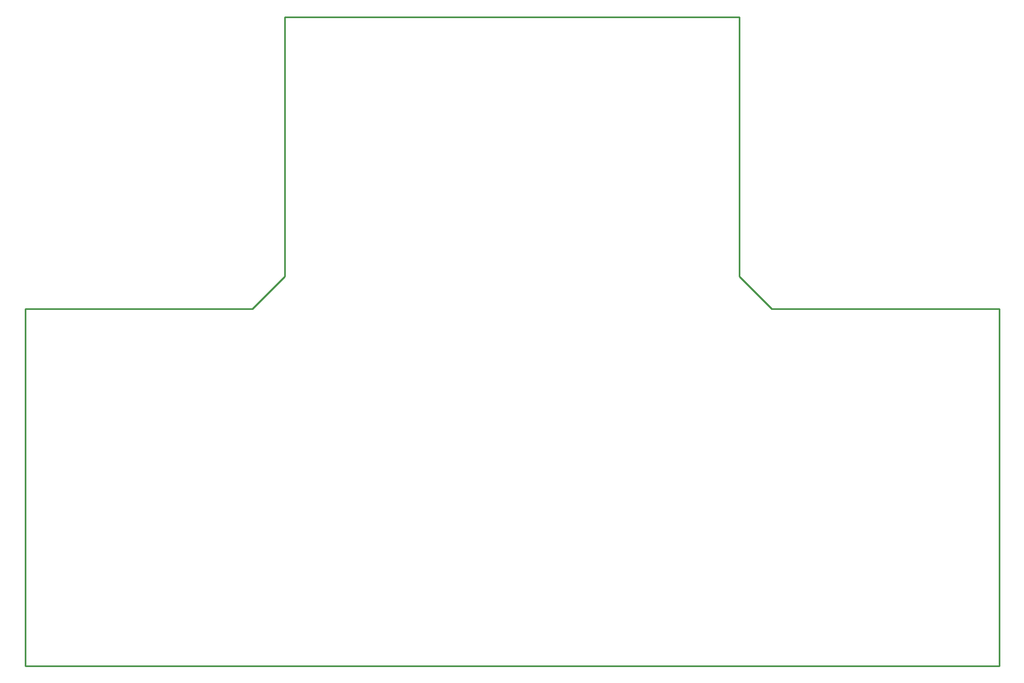
<source format=gm1>
G04*
G04 #@! TF.GenerationSoftware,Altium Limited,Altium Designer,20.1.14 (287)*
G04*
G04 Layer_Color=16776960*
%FSLAX25Y25*%
%MOIN*%
G70*
G04*
G04 #@! TF.SameCoordinates,7EF2F56A-1C26-44AA-8ACF-2970D4F7F29B*
G04*
G04*
G04 #@! TF.FilePolarity,Positive*
G04*
G01*
G75*
%ADD12C,0.01000*%
D12*
X0Y0D02*
X590551D01*
Y216535D01*
X452756D02*
X590551D01*
X433071Y236221D02*
X452756Y216535D01*
X433071Y236221D02*
Y393701D01*
X157480D02*
X433071D01*
X157480Y236221D02*
Y393701D01*
X137795Y216535D02*
X157480Y236221D01*
X0Y216535D02*
X137795D01*
X0Y0D02*
Y216535D01*
M02*

</source>
